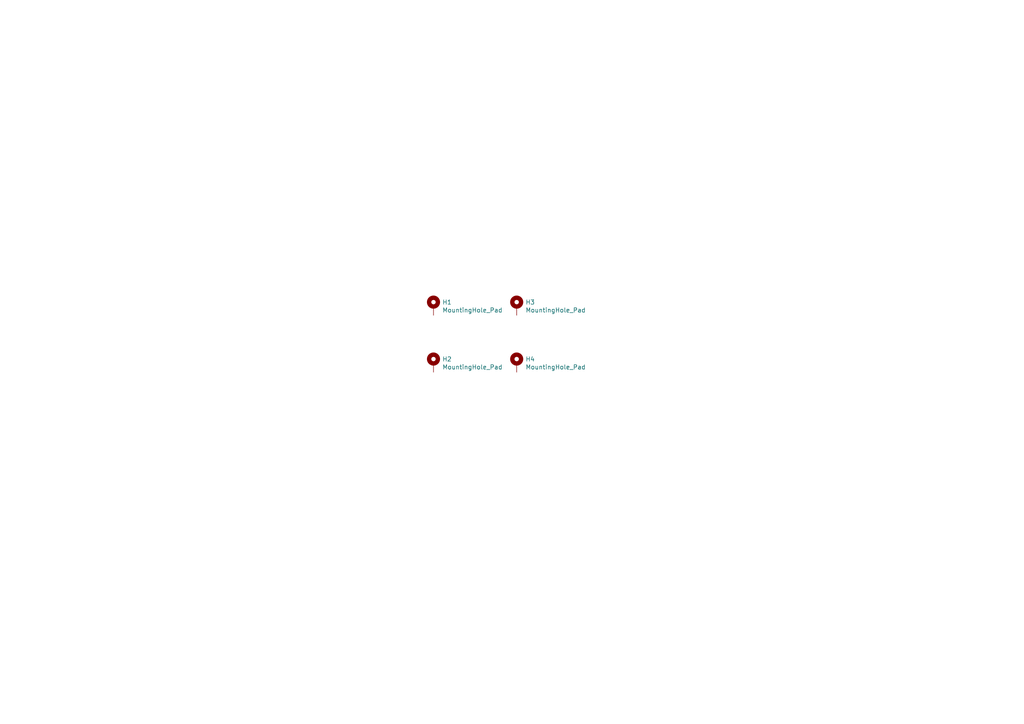
<source format=kicad_sch>
(kicad_sch (version 20210126) (generator eeschema)
  (paper "A4")
  (lib_symbols
    (symbol "Mechanical:MountingHole_Pad" (pin_numbers hide) (pin_names (offset 1.016) hide)
      (property "Reference" "H" (at 0 6.35 0))
      (property "Value" "MountingHole_Pad" (at 0 4.445 0))
      (symbol "MountingHole_Pad_0_1"
        (circle (center 0 1.27) (radius 1.27) (stroke (width 1.27)))
      )
      (symbol "MountingHole_Pad_1_1"
        (pin input line (at 0 -2.54 90) (length 2.54) (name "1") (number "1"))
      )
    )
  )
  (symbol (lib_id "Mechanical:MountingHole_Pad") (at 125.73 88.9 0) (unit 1)
    (property "Reference" "H1" (at 128.27 87.6554 0) (effects (justify left)))
    (property "Value" "MountingHole_Pad" (at 128.27 89.9668 0) (effects (justify left)))
    (property "Footprint" "MountingHole:MountingHole_3.2mm_M3_Pad_Via" (effects hide))
  )
  (symbol (lib_id "Mechanical:MountingHole_Pad") (at 125.73 105.41 0) (unit 1)
    (property "Reference" "H2" (at 128.27 104.1654 0) (effects (justify left)))
    (property "Value" "MountingHole_Pad" (at 128.27 106.4768 0) (effects (justify left)))
    (property "Footprint" "MountingHole:MountingHole_3.2mm_M3_Pad_Via" (effects hide))
  )
  (symbol (lib_id "Mechanical:MountingHole_Pad") (at 149.86 88.9 0) (unit 1)
    (property "Reference" "H3" (at 152.4 87.6554 0) (effects (justify left)))
    (property "Value" "MountingHole_Pad" (at 152.4 89.9668 0) (effects (justify left)))
    (property "Footprint" "MountingHole:MountingHole_3.2mm_M3_Pad_Via" (effects hide))
  )
  (symbol (lib_id "Mechanical:MountingHole_Pad") (at 149.86 105.41 0) (unit 1)
    (property "Reference" "H4" (at 152.4 104.1654 0) (effects (justify left)))
    (property "Value" "MountingHole_Pad" (at 152.4 106.4768 0) (effects (justify left)))
    (property "Footprint" "MountingHole:MountingHole_3.2mm_M3_Pad_Via" (effects hide))
  )
)
</source>
